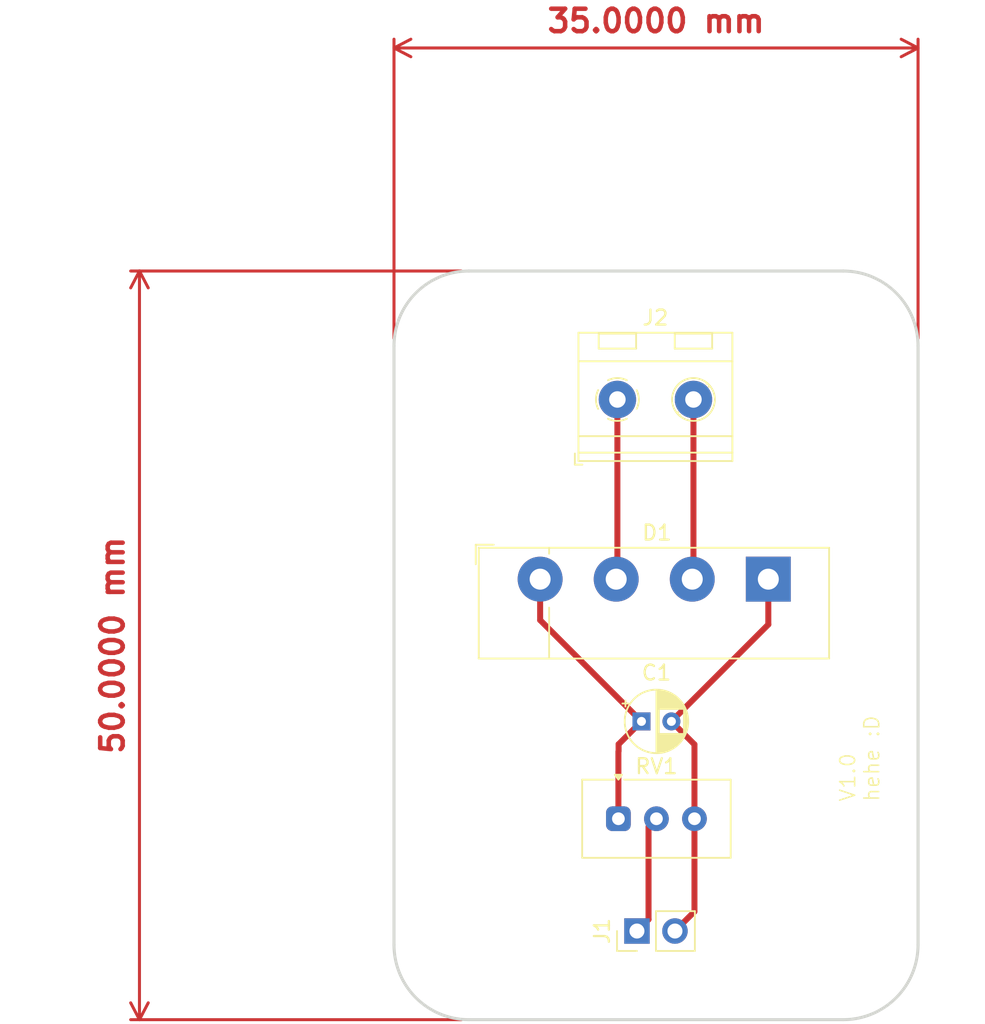
<source format=kicad_pcb>
(kicad_pcb (version 20240108) (generator "pcbnew") (generator_version "8.0")
  (layers (0 "F.Cu" signal) (31 "B.Cu" signal) (34 "B.Paste" user) (35 "F.Paste" user) (36 "B.SilkS" user "B.Silkscreen") (37 "F.SilkS" user "F.Silkscreen") (38 "B.Mask" user) (39 "F.Mask" user) (44 "Edge.Cuts" user))
  (net 0 "")
  (net 1 "Net-(D1-+)")
  (net 2 "Net-(D1--)")
  (net 3 "Net-(J2-Pin_2)")
  (net 4 "Net-(J2-Pin_1)")
  (net 5 "Net-(J1-Pin_1)")
  (footprint "Diode_THT:Diode_Bridge_Vishay_KBU" (layer "F.Cu") (at 128.76 78.08)
    (property "Reference" "D1" (at 7.8 -3.1 0) (layer "F.SilkS"))
    (property "Value" "KBU4A")
    (fp_line (start -4.3 -2.3) (end -3.1 -2.3) (stroke (width 0.12)) (layer "F.SilkS"))
    (fp_line (start -4.3 -1) (end -4.3 -2.3) (stroke (width 0.12)) (layer "F.SilkS"))
    (fp_line (start -4.1 -2.1) (end -4.1 5.3) (stroke (width 0.12)) (layer "F.SilkS"))
    (fp_line (start -4.1 5.3) (end 19.3 5.3) (stroke (width 0.12)) (layer "F.SilkS"))
    (fp_line (start 0.6 -1.7) (end 0.6 -2.1) (stroke (width 0.12)) (layer "F.SilkS"))
    (fp_line (start 0.6 1.9) (end 0.6 5.3) (stroke (width 0.12)) (layer "F.SilkS"))
    (fp_line (start 19.3 -2.1) (end -4.1 -2.1) (stroke (width 0.12)) (layer "F.SilkS"))
    (fp_line (start 19.3 5.3) (end 19.3 -2.1) (stroke (width 0.12)) (layer "F.SilkS"))
    (pad "1" thru_hole circle (at 0 0) (size 3 3) (drill 1.4) (layers "*.Cu" "*.Mask") (net 1 "Net-(D1-+)"))
    (pad "2" thru_hole circle (at 5.08 0) (size 3 3) (drill 1.4) (layers "*.Cu" "*.Mask") (net 4 "Net-(J2-Pin_1)"))
    (pad "3" thru_hole circle (at 10.16 0) (size 3 3) (drill 1.4) (layers "*.Cu" "*.Mask") (net 3 "Net-(J2-Pin_2)"))
    (pad "4" thru_hole rect (at 15.24 0) (size 3 3) (drill 1.4) (layers "*.Cu" "*.Mask") (net 2 "Net-(D1--)"))
  )
  (footprint "Capacitor_THT:CP_Radial_D4.0mm_P2.00mm" (layer "F.Cu") (at 135.527401 87.58)
    (property "Reference" "C1" (at 1 -3.25 360) (layer "F.SilkS"))
    (property "Value" "C_Polarized_US")
    (fp_line (start -1.269801 -1.195001) (end -0.869801 -1.195) (stroke (width 0.12)) (layer "F.SilkS"))
    (fp_line (start -1.069802 -1.395) (end -1.069801 -0.995) (stroke (width 0.12)) (layer "F.SilkS"))
    (fp_line (start 1 -2.08) (end 1 2.08) (stroke (width 0.12)) (layer "F.SilkS"))
    (fp_line (start 1.04 -2.08) (end 1.04 2.08) (stroke (width 0.12)) (layer "F.SilkS"))
    (fp_line (start 1.08 -2.079) (end 1.08 2.079) (stroke (width 0.12)) (layer "F.SilkS"))
    (fp_line (start 1.12 -2.077) (end 1.12 2.077) (stroke (width 0.12)) (layer "F.SilkS"))
    (fp_line (start 1.159999 -2.074) (end 1.159999 2.074) (stroke (width 0.12)) (layer "F.SilkS"))
    (fp_line (start 1.2 -2.071) (end 1.2 -0.84) (stroke (width 0.12)) (layer "F.SilkS"))
    (fp_line (start 1.2 0.84) (end 1.2 2.071) (stroke (width 0.12)) (layer "F.SilkS"))
    (fp_line (start 1.24 -2.067) (end 1.24 -0.84) (stroke (width 0.12)) (layer "F.SilkS"))
    (fp_line (start 1.24 0.84) (end 1.24 2.067) (stroke (width 0.12)) (layer "F.SilkS"))
    (fp_line (start 1.28 -2.062) (end 1.28 -0.84) (stroke (width 0.12)) (layer "F.SilkS"))
    (fp_line (start 1.28 0.84) (end 1.28 2.062) (stroke (width 0.12)) (layer "F.SilkS"))
    (fp_line (start 1.319999 -2.056) (end 1.32 -0.84) (stroke (width 0.12)) (layer "F.SilkS"))
    (fp_line (start 1.32 0.84) (end 1.319999 2.056) (stroke (width 0.12)) (layer "F.SilkS"))
    (fp_line (start 1.36 -2.05) (end 1.36 -0.84) (stroke (width 0.12)) (layer "F.SilkS"))
    (fp_line (start 1.36 0.84) (end 1.36 2.05) (stroke (width 0.12)) (layer "F.SilkS"))
    (fp_line (start 1.4 -2.042001) (end 1.4 -0.84) (stroke (width 0.12)) (layer "F.SilkS"))
    (fp_line (start 1.4 0.84) (end 1.4 2.042001) (stroke (width 0.12)) (layer "F.SilkS"))
    (fp_line (start 1.44 -2.034) (end 1.44 -0.84) (stroke (width 0.12)) (layer "F.SilkS"))
    (fp_line (start 1.44 0.84) (end 1.44 2.034) (stroke (width 0.12)) (layer "F.SilkS"))
    (fp_line (start 1.48 -2.025) (end 1.48 -0.84) (stroke (width 0.12)) (layer "F.SilkS"))
    (fp_line (start 1.48 0.84) (end 1.48 2.025) (stroke (width 0.12)) (layer "F.SilkS"))
    (fp_line (start 1.52 -2.016) (end 1.52 -0.84) (stroke (width 0.12)) (layer "F.SilkS"))
    (fp_line (start 1.52 0.84) (end 1.52 2.016) (stroke (width 0.12)) (layer "F.SilkS"))
    (fp_line (start 1.56 -2.005001) (end 1.56 -0.84) (stroke (width 0.12)) (layer "F.SilkS"))
    (fp_line (start 1.56 0.84) (end 1.56 2.005001) (stroke (width 0.12)) (layer "F.SilkS"))
    (fp_line (start 1.6 -1.994) (end 1.6 -0.84) (stroke (width 0.12)) (layer "F.SilkS"))
    (fp_line (start 1.6 0.84) (end 1.6 1.994) (stroke (width 0.12)) (layer "F.SilkS"))
    (fp_line (start 1.64 -1.982001) (end 1.64 -0.84) (stroke (width 0.12)) (layer "F.SilkS"))
    (fp_line (start 1.64 0.84) (end 1.64 1.982001) (stroke (width 0.12)) (layer "F.SilkS"))
    (fp_line (start 1.68 -1.968001) (end 1.68 -0.84) (stroke (width 0.12)) (layer "F.SilkS"))
    (fp_line (start 1.68 0.84) (end 1.68 1.968001) (stroke (width 0.12)) (layer "F.SilkS"))
    (fp_line (start 1.721 -1.954) (end 1.721 -0.84) (stroke (width 0.12)) (layer "F.SilkS"))
    (fp_line (start 1.721 0.84) (end 1.721 1.954) (stroke (width 0.12)) (layer "F.SilkS"))
    (fp_line (start 1.761 -1.94) (end 1.761 -0.84) (stroke (width 0.12)) (layer "F.SilkS"))
    (fp_line (start 1.761 0.84) (end 1.761 1.94) (stroke (width 0.12)) (layer "F.SilkS"))
    (fp_line (start 1.801 -1.924) (end 1.801 -0.84) (stroke (width 0.12)) (layer "F.SilkS"))
    (fp_line (start 1.801 0.84) (end 1.801 1.924) (stroke (width 0.12)) (layer "F.SilkS"))
    (fp_line (start 1.841 -1.907) (end 1.841 -0.84) (stroke (width 0.12)) (layer "F.SilkS"))
    (fp_line (start 1.841 0.84) (end 1.841 1.907) (stroke (width 0.12)) (layer "F.SilkS"))
    (fp_line (start 1.881 -1.889) (end 1.881 -0.84) (stroke (width 0.12)) (layer "F.SilkS"))
    (fp_line (start 1.881 0.84) (end 1.881 1.889) (stroke (width 0.12)) (layer "F.SilkS"))
    (fp_line (start 1.921 -1.87) (end 1.921 -0.84) (stroke (width 0.12)) (layer "F.SilkS"))
    (fp_line (start 1.921 0.84) (end 1.921 1.87) (stroke (width 0.12)) (layer "F.SilkS"))
    (fp_line (start 1.961 -1.851) (end 1.961 -0.84) (stroke (width 0.12)) (layer "F.SilkS"))
    (fp_line (start 1.961 0.84) (end 1.961 1.851) (stroke (width 0.12)) (layer "F.SilkS"))
    (fp_line (start 2.001 -1.83) (end 2.001 -0.84) (stroke (width 0.12)) (layer "F.SilkS"))
    (fp_line (start 2.001 0.84) (end 2.001 1.83) (stroke (width 0.12)) (layer "F.SilkS"))
    (fp_line (start 2.041 -1.808) (end 2.041 -0.84) (stroke (width 0.12)) (layer "F.SilkS"))
    (fp_line (start 2.041 0.84) (end 2.041 1.808) (stroke (width 0.12)) (layer "F.SilkS"))
    (fp_line (start 2.081 -1.785) (end 2.081 -0.84) (stroke (width 0.12)) (layer "F.SilkS"))
    (fp_line (start 2.081 0.84) (end 2.081 1.785) (stroke (width 0.12)) (layer "F.SilkS"))
    (fp_line (start 2.121 -1.759999) (end 2.121 -0.84) (stroke (width 0.12)) (layer "F.SilkS"))
    (fp_line (start 2.121 0.84) (end 2.121 1.759999) (stroke (width 0.12)) (layer "F.SilkS"))
    (fp_line (start 2.161 -1.735) (end 2.161 -0.84) (stroke (width 0.12)) (layer "F.SilkS"))
    (fp_line (start 2.161 0.84) (end 2.161 1.735) (stroke (width 0.12)) (layer "F.SilkS"))
    (fp_line (start 2.201 -1.707999) (end 2.201 -0.84) (stroke (width 0.12)) (layer "F.SilkS"))
    (fp_line (start 2.201 0.84) (end 2.201 1.707999) (stroke (width 0.12)) (layer "F.SilkS"))
    (fp_line (start 2.241 -1.68) (end 2.241 -0.84) (stroke (width 0.12)) (layer "F.SilkS"))
    (fp_line (start 2.241 0.84) (end 2.241 1.68) (stroke (width 0.12)) (layer "F.SilkS"))
    (fp_line (start 2.281 -1.65) (end 2.281 -0.84) (stroke (width 0.12)) (layer "F.SilkS"))
    (fp_line (start 2.281 0.84) (end 2.281 1.65) (stroke (width 0.12)) (layer "F.SilkS"))
    (fp_line (start 2.321 -1.619) (end 2.321 -0.84) (stroke (width 0.12)) (layer "F.SilkS"))
    (fp_line (start 2.321 0.84) (end 2.321 1.619) (stroke (width 0.12)) (layer "F.SilkS"))
    (fp_line (start 2.361 0.84) (end 2.361001 1.587) (stroke (width 0.12)) (layer "F.SilkS"))
    (fp_line (start 2.361001 -1.587) (end 2.361 -0.84) (stroke (width 0.12)) (layer "F.SilkS"))
    (fp_line (start 2.401 -1.552) (end 2.401 -0.84) (stroke (width 0.12)) (layer "F.SilkS"))
    (fp_line (start 2.401 0.84) (end 2.401 1.552) (stroke (width 0.12)) (layer "F.SilkS"))
    (fp_line (start 2.441 -1.516) (end 2.441 -0.84) (stroke (width 0.12)) (layer "F.SilkS"))
    (fp_line (start 2.441 0.84) (end 2.441 1.516) (stroke (width 0.12)) (layer "F.SilkS"))
    (fp_line (start 2.481 -1.478) (end 2.481 -0.84) (stroke (width 0.12)) (layer "F.SilkS"))
    (fp_line (start 2.481 0.84) (end 2.481 1.478) (stroke (width 0.12)) (layer "F.SilkS"))
    (fp_line (start 2.521 -1.438) (end 2.521 -0.84) (stroke (width 0.12)) (layer "F.SilkS"))
    (fp_line (start 2.521 0.84) (end 2.521 1.438) (stroke (width 0.12)) (layer "F.SilkS"))
    (fp_line (start 2.561 -1.396001) (end 2.561 -0.84) (stroke (width 0.12)) (layer "F.SilkS"))
    (fp_line (start 2.561 0.84) (end 2.561 1.396001) (stroke (width 0.12)) (layer "F.SilkS"))
    (fp_line (start 2.601 -1.351) (end 2.601 -0.84) (stroke (width 0.12)) (layer "F.SilkS"))
    (fp_line (start 2.601 0.84) (end 2.601 1.351) (stroke (width 0.12)) (layer "F.SilkS"))
    (fp_line (start 2.641 -1.304) (end 2.641 -0.84) (stroke (width 0.12)) (layer "F.SilkS"))
    (fp_line (start 2.641 0.84) (end 2.641 1.304) (stroke (width 0.12)) (layer "F.SilkS"))
    (fp_line (start 2.681 -1.254) (end 2.681 -0.84) (stroke (width 0.12)) (layer "F.SilkS"))
    (fp_line (start 2.681 0.84) (end 2.681 1.254) (stroke (width 0.12)) (layer "F.SilkS"))
    (fp_line (start 2.721 -1.200001) (end 2.721 -0.84) (stroke (width 0.12)) (layer "F.SilkS"))
    (fp_line (start 2.721 0.84) (end 2.721 1.200001) (stroke (width 0.12)) (layer "F.SilkS"))
    (fp_line (start 2.761 -1.142) (end 2.761 -0.84) (stroke (width 0.12)) (layer "F.SilkS"))
    (fp_line (start 2.761 0.84) (end 2.761 1.142) (stroke (width 0.12)) (layer "F.SilkS"))
    (fp_line (start 2.801 -1.08) (end 2.801 -0.84) (stroke (width 0.12)) (layer "F.SilkS"))
    (fp_line (start 2.801 0.84) (end 2.801 1.08) (stroke (width 0.12)) (layer "F.SilkS"))
    (fp_line (start 2.841 -1.013) (end 2.841 1.013) (stroke (width 0.12)) (layer "F.SilkS"))
    (fp_line (start 2.881 -0.94) (end 2.881 0.94) (stroke (width 0.12)) (layer "F.SilkS"))
    (fp_line (start 2.921 -0.859) (end 2.921 0.859) (stroke (width 0.12)) (layer "F.SilkS"))
    (fp_line (start 2.961 -0.768) (end 2.961 0.768) (stroke (width 0.12)) (layer "F.SilkS"))
    (fp_line (start 3.001 -0.663999) (end 3.001 0.663999) (stroke (width 0.12)) (layer "F.SilkS"))
    (fp_line (start 3.041 -0.537) (end 3.041 0.537) (stroke (width 0.12)) (layer "F.SilkS"))
    (fp_line (start 3.081 -0.370001) (end 3.081 0.370001) (stroke (width 0.12)) (layer "F.SilkS"))
    (fp_circle (center 1 0) (end 3.12 0) (stroke (width 0.12)) (fill none) (layer "F.SilkS"))
    (pad "1" thru_hole rect (at 0 0) (size 1.2 1.2) (drill 0.6) (layers "*.Cu" "*.Mask") (net 1 "Net-(D1-+)"))
    (pad "2" thru_hole circle (at 2.000001 0) (size 1.2 1.2) (drill 0.6) (layers "*.Cu" "*.Mask") (net 2 "Net-(D1--)"))
  )
  (footprint "Potentiometer_THT:Potentiometer_Vishay_T93YA_Vertical" (layer "F.Cu") (at 133.987402 94.08)
    (property "Reference" "RV1" (at 2.54 -3.5 0) (layer "F.SilkS"))
    (property "Value" "R_Potentiometer_Trim_US")
    (fp_line (start -2.42 -2.61) (end -2.42 2.61) (stroke (width 0.12)) (layer "F.SilkS"))
    (fp_line (start -2.42 -2.61) (end -0.3 -2.61) (stroke (width 0.12)) (layer "F.SilkS"))
    (fp_line (start -2.42 2.61) (end 7.5 2.61) (stroke (width 0.12)) (layer "F.SilkS"))
    (fp_line (start 0.4 -2.61) (end 7.5 -2.61) (stroke (width 0.12)) (layer "F.SilkS"))
    (fp_line (start 7.5 -2.61) (end 7.5 2.61) (stroke (width 0.12)) (layer "F.SilkS"))
    (fp_poly (pts (xy 0 -2.61) (xy -0.24 -2.94) (xy 0.24 -2.94) (xy 0 -2.61)) (stroke (width 0.12)) (fill solid) (layer "F.SilkS"))
    (pad "1" thru_hole roundrect (at 0 0) (size 1.65 1.65) (drill 0.85) (layers "*.Cu" "*.Mask") (net 1 "Net-(D1-+)"))
    (pad "2" thru_hole circle (at 2.54 0) (size 1.65 1.65) (drill 0.85) (layers "*.Cu" "*.Mask") (net 5 "Net-(J1-Pin_1)"))
    (pad "3" thru_hole circle (at 5.08 0) (size 1.65 1.65) (drill 0.85) (layers "*.Cu" "*.Mask") (net 2 "Net-(D1--)"))
  )
  (footprint "TerminalBlock_RND:TerminalBlock_RND_205-00232_1x02_P5.08mm_Horizontal" (layer "F.Cu") (at 133.92 66.08)
    (property "Reference" "J2" (at 2.54 -5.46 0) (layer "F.SilkS"))
    (property "Value" "Screw_Terminal_01x02")
    (fp_line (start -2.84 3.61) (end -2.84 4.35) (stroke (width 0.12)) (layer "F.SilkS"))
    (fp_line (start -2.84 4.35) (end -2.34 4.35) (stroke (width 0.12)) (layer "F.SilkS"))
    (fp_line (start -2.6 -4.46) (end -2.6 4.11) (stroke (width 0.12)) (layer "F.SilkS"))
    (fp_line (start -2.6 -4.46) (end 7.68 -4.46) (stroke (width 0.12)) (layer "F.SilkS"))
    (fp_line (start -2.6 -2.55) (end 7.68 -2.55) (stroke (width 0.12)) (layer "F.SilkS"))
    (fp_line (start -2.6 2.45) (end 7.68 2.45) (stroke (width 0.12)) (layer "F.SilkS"))
    (fp_line (start -2.6 3.55) (end 7.68 3.55) (stroke (width 0.12)) (layer "F.SilkS"))
    (fp_line (start -2.6 4.11) (end 7.68 4.11) (stroke (width 0.12)) (layer "F.SilkS"))
    (fp_line (start -1.25 -4.4) (end -1.25 -3.4) (stroke (width 0.12)) (layer "F.SilkS"))
    (fp_line (start -1.25 -4.4) (end 1.25 -4.4) (stroke (width 0.12)) (layer "F.SilkS"))
    (fp_line (start -1.25 -3.4) (end 1.25 -3.4) (stroke (width 0.12)) (layer "F.SilkS"))
    (fp_line (start 1.25 -4.4) (end 1.25 -3.4) (stroke (width 0.12)) (layer "F.SilkS"))
    (fp_line (start 3.83 -4.4) (end 3.83 -3.4) (stroke (width 0.12)) (layer "F.SilkS"))
    (fp_line (start 3.83 -4.4) (end 6.33 -4.4) (stroke (width 0.12)) (layer "F.SilkS"))
    (fp_line (start 3.83 -3.4) (end 6.33 -3.4) (stroke (width 0.12)) (layer "F.SilkS"))
    (fp_line (start 4.056 0.85) (end 3.996 0.91) (stroke (width 0.12)) (layer "F.SilkS"))
    (fp_line (start 4.21 1.045) (end 4.17 1.085) (stroke (width 0.12)) (layer "F.SilkS"))
    (fp_line (start 5.991 -1.085) (end 5.951 -1.045) (stroke (width 0.12)) (layer "F.SilkS"))
    (fp_line (start 6.165 -0.91) (end 6.105 -0.851) (stroke (width 0.12)) (layer "F.SilkS"))
    (fp_line (start 6.33 -4.4) (end 6.33 -3.4) (stroke (width 0.12)) (layer "F.SilkS"))
    (fp_line (start 7.68 -4.46) (end 7.68 4.11) (stroke (width 0.12)) (layer "F.SilkS"))
    (fp_arc (start -1.286611 0.626746) (mid -1.431146 -0.000698) (end -1.286 -0.628) (stroke (width 0.12)) (layer "F.SilkS"))
    (fp_arc (start -0.627362 -1.285823) (mid -0.000201 -1.430706) (end 0.627 -1.286) (stroke (width 0.12)) (layer "F.SilkS"))
    (fp_arc (start 0.02428 1.43094) (mid -0.310437 1.397071) (end -0.628 1.286) (stroke (width 0.12)) (layer "F.SilkS"))
    (fp_arc (start 0.626871 1.285275) (mid 0.32168 1.393349) (end 0 1.43) (stroke (width 0.12)) (layer "F.SilkS"))
    (fp_arc (start 1.285823 -0.627362) (mid 1.430707 -0.000201) (end 1.286 0.627) (stroke (width 0.12)) (layer "F.SilkS"))
    (fp_circle (center 5.08 0) (end 6.51 0) (stroke (width 0.12)) (fill none) (layer "F.SilkS"))
    (pad "1" thru_hole circle (at 0 0) (size 2.5 2.5) (drill 1.1) (layers "*.Cu" "*.Mask") (net 4 "Net-(J2-Pin_1)"))
    (pad "2" thru_hole circle (at 5.08 0) (size 2.5 2.5) (drill 1.1) (layers "*.Cu" "*.Mask") (net 3 "Net-(J2-Pin_2)"))
  )
  (footprint "Connector_PinHeader_2.54mm:PinHeader_1x02_P2.54mm_Vertical" (layer "F.Cu") (at 135.225 101.58 90)
    (property "Reference" "J1" (at 0 -2.33 90) (layer "F.SilkS"))
    (property "Value" "Conn_01x02_Pin")
    (fp_line (start -1.33 -1.33) (end 0 -1.33) (stroke (width 0.12)) (layer "F.SilkS"))
    (fp_line (start -1.33 0) (end -1.33 -1.33) (stroke (width 0.12)) (layer "F.SilkS"))
    (fp_line (start 1.33 1.27) (end 1.33 3.87) (stroke (width 0.12)) (layer "F.SilkS"))
    (fp_line (start -1.33 1.27) (end 1.33 1.27) (stroke (width 0.12)) (layer "F.SilkS"))
    (fp_line (start -1.33 1.27) (end -1.33 3.87) (stroke (width 0.12)) (layer "F.SilkS"))
    (fp_line (start -1.33 3.87) (end 1.33 3.87) (stroke (width 0.12)) (layer "F.SilkS"))
    (pad "1" thru_hole rect (at 0 0 90) (size 1.7 1.7) (drill 1) (layers "*.Cu" "*.Mask") (net 5 "Net-(J1-Pin_1)"))
    (pad "2" thru_hole oval (at 0 2.54 90) (size 1.7 1.7) (drill 1) (layers "*.Cu" "*.Mask") (net 2 "Net-(D1--)"))
  )
  (footprint "MountingHole:MountingHole_3.2mm_M3" (layer "F.Cu") (at 124 102.5)
    (property "Reference" "REF**" (hide yes))
    (property "Value" "MountingHole_3.2mm_M3")
    (pad "" np_thru_hole circle (at 0 0) (size 3.2 3.2) (drill 3.2) (layers "F&B.Cu" "*.Mask"))
  )
  (footprint "MountingHole:MountingHole_3.2mm_M3" (layer "F.Cu") (at 149 62.5)
    (property "Reference" "REF**" (hide yes))
    (property "Value" "MountingHole_3.2mm_M3")
    (pad "" np_thru_hole circle (at 0 0) (size 3.2 3.2) (drill 3.2) (layers "*.Cu" "*.Mask"))
  )
  (footprint "MountingHole:MountingHole_3.2mm_M3" (layer "F.Cu") (at 124 62.5)
    (property "Reference" "REF**" (hide yes))
    (property "Value" "MountingHole_3.2mm_M3")
    (pad "" np_thru_hole circle (at 0 0) (size 3.2 3.2) (drill 3.2) (layers "F&B.Cu" "*.Mask"))
  )
  (footprint "MountingHole:MountingHole_3.2mm_M3" (layer "F.Cu") (at 149 102.5)
    (property "Reference" "REF**" (hide yes))
    (property "Value" "MountingHole_3.2mm_M3")
    (pad "" np_thru_hole circle (at 0 0) (size 3.2 3.2) (drill 3.2) (layers "F&B.Cu" "*.Mask"))
  )
  (gr_line (start 119 62.5) (end 119 102.5) (stroke (width 0.2)) (layer "Edge.Cuts"))
  (gr_arc (start 124 107.5) (mid 120.464466 106.035534) (end 119 102.5) (stroke (width 0.2)) (layer "Edge.Cuts"))
  (gr_line (start 154 62.5) (end 154 102.5) (stroke (width 0.2)) (layer "Edge.Cuts"))
  (gr_line (start 124 57.5) (end 149 57.5) (stroke (width 0.2)) (layer "Edge.Cuts"))
  (gr_line (start 149 107.5) (end 124 107.5) (stroke (width 0.2)) (layer "Edge.Cuts"))
  (gr_arc (start 119 62.5) (mid 120.464466 58.964466) (end 124 57.5) (stroke (width 0.2)) (layer "Edge.Cuts"))
  (gr_arc (start 154 102.5) (mid 152.535534 106.035534) (end 149 107.5) (stroke (width 0.2)) (layer "Edge.Cuts"))
  (gr_arc (start 149 57.5) (mid 152.535534 58.964466) (end 154 62.5) (stroke (width 0.2)) (layer "Edge.Cuts"))
  (gr_text "V1.0\nhehe :D" (at 151.5 93 90) (layer "F.SilkS") (effects (font (size 1 1) (thickness 0.1)) (justify left bottom)))
  (dimension (type aligned) (layer "F.Cu") (pts (xy 119 62.5) (xy 154 62.5)) (height -19.89574) (gr_text "35.0000 mm" (at 136.5 40.80426 0) (layer "F.Cu") (effects (font (size 1.5 1.5) (thickness 0.3)))) (format (prefix "") (suffix "") (units 3) (units_format 1) (precision 4)) (style (thickness 0.2) (arrow_length 1.27) (text_position_mode 0) (extension_height 0.58642) (extension_offset 0.5) keep_text_aligned))
  (dimension (type aligned) (layer "F.Cu") (pts (xy 124 57.5) (xy 124 107.5)) (height 21.999999) (gr_text "50.0000 mm" (at 100.200001 82.5 90) (layer "F.Cu") (effects (font (size 1.5 1.5) (thickness 0.3)))) (format (prefix "") (suffix "") (units 3) (units_format 1) (precision 4)) (style (thickness 0.2) (arrow_length 1.27) (text_position_mode 0) (extension_height 0.58642) (extension_offset 0.5) keep_text_aligned))
  (segment (start 128.76 80.812599) (end 135.527401 87.58) (width 0.4) (layer "F.Cu") (net 1))
  (segment (start 134 89.58) (end 133.987402 89.592598) (width 0.2) (layer "F.Cu") (net 1))
  (segment (start 135.527401 87.58) (end 134 89.107401) (width 0.4) (layer "F.Cu") (net 1))
  (segment (start 128.76 78.08) (end 128.76 80.812599) (width 0.4) (layer "F.Cu") (net 1))
  (segment (start 133.987402 89.592598) (end 133.987402 94.08) (width 0.4) (layer "F.Cu") (net 1))
  (segment (start 134 89.107401) (end 134 89.58) (width 0.4) (layer "F.Cu") (net 1))
  (segment (start 144 81.107402) (end 137.527402 87.58) (width 0.4) (layer "F.Cu") (net 2))
  (segment (start 137.527402 87.58) (end 139.067402 89.12) (width 0.4) (layer "F.Cu") (net 2))
  (segment (start 144 78.08) (end 144 81.107402) (width 0.4) (layer "F.Cu") (net 2))
  (segment (start 139.067402 100.277598) (end 137.765 101.58) (width 0.4) (layer "F.Cu") (net 2))
  (segment (start 139.067402 89.12) (end 139.067402 94.08) (width 0.4) (layer "F.Cu") (net 2))
  (segment (start 139.067402 94.08) (end 139.067402 100.277598) (width 0.4) (layer "F.Cu") (net 2))
  (segment (start 139 78) (end 138.92 78.08) (width 0.2) (layer "F.Cu") (net 3))
  (segment (start 139 66.08) (end 139 78) (width 0.4) (layer "F.Cu") (net 3))
  (segment (start 133.92 78) (end 133.84 78.08) (width 0.2) (layer "F.Cu") (net 4))
  (segment (start 133.92 66.08) (end 133.92 78) (width 0.4) (layer "F.Cu") (net 4))
  (segment (start 136 100.805) (end 135.225 101.58) (width 0.4) (layer "F.Cu") (net 5))
  (segment (start 136.527402 94.08) (end 136 94.607402) (width 0.2) (layer "F.Cu") (net 5))
  (segment (start 136 94.607402) (end 136 100.805) (width 0.4) (layer "F.Cu") (net 5))
)
</source>
